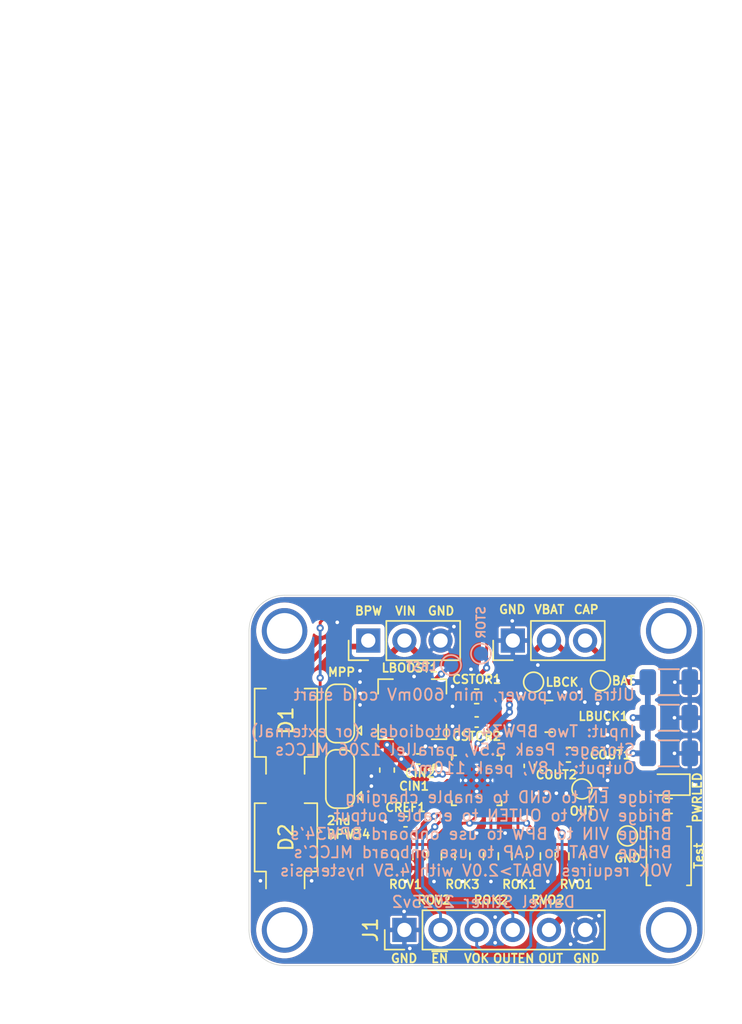
<source format=kicad_pcb>
(kicad_pcb (version 20241229) (generator "pcbnew") (generator_version "9.0")
  (layers (0 "F.Cu" signal) (2 "B.Cu" signal) (13 "F.Paste" user) (15 "B.Paste" user) (5 "F.SilkS" user "F.Silkscreen") (7 "B.SilkS" user "B.Silkscreen") (1 "F.Mask" user) (3 "B.Mask" user) (25 "Edge.Cuts" user))
  (property "REVISION" "2025v2")
  (net 0 "")
  (net 1 "/VIN")
  (net 2 "Net-(D3-A)")
  (net 3 "/VRDIV")
  (net 4 "VOUT")
  (net 5 "/VBAT_OK")
  (net 6 "/OK_HYST")
  (net 7 "/OK_PROG")
  (net 8 "/LBUCK")
  (net 9 "/VBAT_OV")
  (net 10 "/VOUT_SET")
  (net 11 "GND")
  (net 12 "/VBAT")
  (net 13 "/~{EN}")
  (net 14 "/LBOOST")
  (net 15 "/VSTOR")
  (net 16 "/VOUT_EN")
  (net 17 "/VREF_SAMP")
  (net 18 "/VOC_SAMP")
  (net 19 "Net-(D1-K)")
  (net 20 "Net-(D2-A)")
  (net 21 "Net-(R4-Pad1)")
  (net 22 "Net-(D1-A)")
  (net 23 "Net-(J2-Pin_3)")
  (footprint "Inductor_SMD:L_1008_2520Metric" (layer "F.Cu") (at 118.075 104.5)
    (property "Reference" "LBUCK1" (at 3.825 0 0) (layer "F.SilkS") (effects (font (size 0.6 0.6) (thickness 0.127))))
    (property "Value" "10u")
    (pad "1" smd roundrect (at -1.075 0) (size 1.25 2.2) (layers "F.Cu" "F.Mask" "F.Paste") (roundrect_rratio 0.2) (net 8 "/LBUCK"))
    (pad "2" smd roundrect (at 1.075 0) (size 1.25 2.2) (layers "F.Cu" "F.Mask" "F.Paste") (roundrect_rratio 0.2) (net 4 "VOUT"))
  )
  (footprint "Capacitor_SMD:C_1206_3216Metric" (layer "F.Cu") (at 126.5 102.1)
    (property "Reference" "C_BAT3" (hide yes))
    (property "Value" "100u")
    (pad "1" smd roundrect (at -1.475 0) (size 1.15 1.8) (layers "F.Cu" "F.Mask" "F.Paste") (roundrect_rratio 0.217391) (net 23 "Net-(J2-Pin_3)"))
    (pad "2" smd roundrect (at 1.475 0) (size 1.15 1.8) (layers "F.Cu" "F.Mask" "F.Paste") (roundrect_rratio 0.217391) (net 11 "GND"))
  )
  (footprint "Capacitor_SMD:C_0402_1005Metric" (layer "F.Cu") (at 116.7 107.98 90)
    (property "Reference" "COUT2" (at -0.62 1.9 180) (layer "F.SilkS") (effects (font (size 0.6 0.6) (thickness 0.127))))
    (property "Value" "0.1u")
    (pad "1" smd roundrect (at -0.48 0 90) (size 0.56 0.62) (layers "F.Cu" "F.Mask" "F.Paste") (net 4 "VOUT"))
    (pad "2" smd roundrect (at 0.48 0 90) (size 0.56 0.62) (layers "F.Cu" "F.Mask" "F.Paste") (net 11 "GND"))
  )
  (footprint "Resistor_SMD:R_0603_1608Metric" (layer "F.Cu") (at 108 114.325 -90)
    (property "Reference" "ROV1" (at 1.975 0 180) (layer "F.SilkS") (effects (font (size 0.6 0.6) (thickness 0.127) (bold yes))))
    (property "Value" "4.32M 1%")
    (pad "1" smd roundrect (at -0.825 0 270) (size 0.8 0.95) (layers "F.Cu" "F.Mask" "F.Paste") (net 9 "/VBAT_OV"))
    (pad "2" smd roundrect (at 0.825 0 270) (size 0.8 0.95) (layers "F.Cu" "F.Mask" "F.Paste") (net 11 "GND"))
  )
  (footprint "OptoDevice:Osram_BPW34S-SMD" (layer "F.Cu") (at 99.595188 104.95 90)
    (property "Reference" "D1" (at 0.15 0.004812 90) (layer "F.SilkS"))
    (property "Value" "BPW34-SMD")
    (pad "1" smd roundrect (at -3.05 0 270) (size 1.4 2) (layers "F.Cu" "F.Mask") (roundrect_rratio 0.125) (net 19 "Net-(D1-K)"))
    (pad "2" smd roundrect (at 3.05 0 270) (size 1.4 1.2) (layers "F.Cu" "F.Mask") (roundrect_rratio 0.125) (net 22 "Net-(D1-A)"))
  )
  (footprint "Resistor_SMD:R_0603_1608Metric" (layer "F.Cu") (at 114 114.325 -90)
    (property "Reference" "ROK2" (at 3.075 0 180) (layer "F.SilkS") (effects (font (size 0.6 0.6) (thickness 0.127))))
    (property "Value" "2.32M 1%")
    (pad "1" smd roundrect (at -0.825 0 270) (size 0.8 0.95) (layers "F.Cu" "F.Mask" "F.Paste") (net 6 "/OK_HYST"))
    (pad "2" smd roundrect (at 0.825 0 270) (size 0.8 0.95) (layers "F.Cu" "F.Mask" "F.Paste") (net 7 "/OK_PROG"))
  )
  (footprint "TestPoint:TestPoint_Pad_D1.0mm" (layer "F.Cu") (at 120.4 109.6)
    (property "Reference" "TP1" (hide yes))
    (property "Value" "OUT" (at 0 1.55 0) (layer "F.SilkS") (effects (font (size 0.6 0.6) (thickness 0.127))))
    (pad "1" smd circle (at 0 0) (size 1 1) (layers "F.Cu" "F.Mask") (net 4 "VOUT"))
  )
  (footprint "TestPoint:TestPoint_Pad_D1.0mm" (layer "F.Cu") (at 123.6 112.9)
    (property "Reference" "TP6" (hide yes))
    (property "Value" "GND" (at 0 1.55 0) (layer "F.SilkS") (effects (font (size 0.6 0.6) (thickness 0.127))))
    (pad "1" smd circle (at 0 0) (size 1 1) (layers "F.Cu" "F.Mask") (net 11 "GND"))
  )
  (footprint "Capacitor_SMD:C_0603_1608Metric" (layer "F.Cu") (at 106.7 108.275 -90)
    (property "Reference" "CIN1" (at 1.125 -1.9 180) (layer "F.SilkS") (effects (font (size 0.6 0.6) (thickness 0.127))))
    (property "Value" "4.7u")
    (pad "1" smd roundrect (at -0.775 0 270) (size 0.9 0.95) (layers "F.Cu" "F.Mask" "F.Paste") (net 1 "/VIN"))
    (pad "2" smd roundrect (at 0.775 0 270) (size 0.9 0.95) (layers "F.Cu" "F.Mask" "F.Paste") (net 11 "GND"))
  )
  (footprint "OptoDevice:Osram_BPW34S-SMD" (layer "F.Cu") (at 99.595188 113 90)
    (property "Reference" "D2" (at 0 0.004812 90) (layer "F.SilkS"))
    (property "Value" "BPW34-SMD")
    (pad "1" smd roundrect (at -3.05 0 270) (size 1.4 2) (layers "F.Cu" "F.Mask") (roundrect_rratio 0.125) (net 11 "GND"))
    (pad "2" smd roundrect (at 3.05 0 270) (size 1.4 1.2) (layers "F.Cu" "F.Mask") (roundrect_rratio 0.125) (net 20 "Net-(D2-A)"))
  )
  (footprint "Connector_PinHeader_2.54mm:PinHeader_1x03_P2.54mm_Vertical" (layer "F.Cu") (at 105.38 99.18 90)
    (property "Reference" "J3" (hide yes))
    (property "Value" "VIN_Bridge")
    (pad "1" thru_hole rect (at 0 0 90) (size 1.7 1.7) (drill 1) (layers "*.Cu" "*.Mask") (net 22 "Net-(D1-A)"))
    (pad "2" thru_hole circle (at 0 2.54 90) (size 1.7 1.7) (drill 1) (layers "*.Cu" "*.Mask") (net 1 "/VIN"))
    (pad "3" thru_hole circle (at 0 5.08 90) (size 1.7 1.7) (drill 1) (layers "*.Cu" "*.Mask") (net 11 "GND"))
  )
  (footprint "Resistor_SMD:R_0603_1608Metric" (layer "F.Cu") (at 118 114.325 90)
    (property "Reference" "RVO2" (at -3.075 0 180) (layer "F.SilkS") (effects (font (size 0.6 0.6) (thickness 0.127))))
    (property "Value" "4.32M 1%")
    (pad "1" smd roundrect (at -0.825 0 90) (size 0.8 0.95) (layers "F.Cu" "F.Mask" "F.Paste") (net 3 "/VRDIV"))
    (pad "2" smd roundrect (at 0.825 0 90) (size 0.8 0.95) (layers "F.Cu" "F.Mask" "F.Paste") (net 10 "/VOUT_SET"))
  )
  (footprint "Resistor_SMD:R_0603_1608Metric" (layer "F.Cu") (at 110 114.325 90)
    (property "Reference" "ROV2" (at -3.075 0 180) (layer "F.SilkS") (effects (font (size 0.6 0.6) (thickness 0.127))))
    (property "Value" "8.66M 1%")
    (pad "1" smd roundrect (at -0.825 0 90) (size 0.8 0.95) (layers "F.Cu" "F.Mask" "F.Paste") (net 3 "/VRDIV"))
    (pad "2" smd roundrect (at 0.825 0 90) (size 0.8 0.95) (layers "F.Cu" "F.Mask" "F.Paste") (net 9 "/VBAT_OV"))
  )
  (footprint "LED_SMD:LED_0603_1608Metric" (layer "F.Cu") (at 126.5 109.3 180)
    (property "Reference" "D3" (hide yes))
    (property "Value" "PWRLED" (at -2 -0.9 90) (layer "F.SilkS") (effects (font (size 0.6 0.6) (thickness 0.127))))
    (pad "1" smd roundrect (at -0.7875 0 180) (size 0.875 0.95) (layers "F.Cu" "F.Mask" "F.Paste") (net 11 "GND"))
    (pad "2" smd roundrect (at 0.7875 0 180) (size 0.875 0.95) (layers "F.Cu" "F.Mask" "F.Paste") (net 2 "Net-(D3-A)"))
  )
  (footprint "Inductor_SMD:L_Bourns-SRN4018" (layer "F.Cu") (at 108.475 104)
    (property "Reference" "LBOOST1" (at -0.175 -2.9 0) (layer "F.SilkS") (effects (font (size 0.6 0.6) (thickness 0.127))))
    (property "Value" "22u")
    (pad "1" smd rect (at -1.525 0) (size 1.5 3.6) (layers "F.Cu" "F.Mask" "F.Paste") (net 1 "/VIN"))
    (pad "2" smd rect (at 1.525 0) (size 1.5 3.6) (layers "F.Cu" "F.Mask" "F.Paste") (net 14 "/LBOOST"))
  )
  (footprint "Connector_PinHeader_2.54mm:PinHeader_1x06_P2.54mm_Vertical" (layer "F.Cu") (at 107.92 119.5 90)
    (property "Reference" "J1" (at 0 -2.38 90) (layer "F.SilkS"))
    (property "Value" "Conn_Breadboard")
    (pad "1" thru_hole rect (at 0 0 90) (size 1.7 1.7) (drill 1) (layers "*.Cu" "*.Mask") (net 11 "GND"))
    (pad "2" thru_hole circle (at 0 2.54 90) (size 1.7 1.7) (drill 1) (layers "*.Cu" "*.Mask") (net 13 "/~{EN}"))
    (pad "3" thru_hole circle (at 0 5.08 90) (size 1.7 1.7) (drill 1) (layers "*.Cu" "*.Mask") (net 5 "/VBAT_OK"))
    (pad "4" thru_hole circle (at 0 7.62 90) (size 1.7 1.7) (drill 1) (layers "*.Cu" "*.Mask") (net 16 "/VOUT_EN"))
    (pad "5" thru_hole circle (at 0 10.16 90) (size 1.7 1.7) (drill 1) (layers "*.Cu" "*.Mask") (net 4 "VOUT"))
    (pad "6" thru_hole circle (at 0 12.7 90) (size 1.7 1.7) (drill 1) (layers "*.Cu" "*.Mask") (net 11 "GND"))
  )
  (footprint "MountingHoleCompact:MountingHole_2.5mm_Plated" (layer "F.Cu") (at 99.5 98.5)
    (property "Reference" "H1" (hide yes))
    (property "Value" "MountingHole")
    (pad "" thru_hole circle (at 0 0) (size 3.2 3.2) (drill 2.5) (layers "*.Cu" "*.Mask"))
    (zone (net 0) (net_name "") (layers "F.Cu" "B.Cu") (name "Keepout") (connect_pads (clearance 0)) (min_thickness 0.25)
      (keepout (tracks not_allowed) (vias not_allowed) (pads allowed) (copperpour not_allowed) (footprints allowed))
      (fill (thermal_gap 0.5) (thermal_bridge_width 0.5))
      (polygon (pts (arc (start 97.5 98.5) (mid 101.5 98.5) (end 97.5 98.5))))
    )
  )
  (footprint "Capacitor_SMD:C_0402_1005Metric" (layer "F.Cu") (at 108.9 107.5)
    (property "Reference" "CIN2" (at 0.107836 1 0) (layer "F.SilkS") (effects (font (size 0.6 0.6) (thickness 0.127))))
    (property "Value" "0.1u")
    (pad "1" smd roundrect (at -0.48 0) (size 0.56 0.62) (layers "F.Cu" "F.Mask" "F.Paste") (net 1 "/VIN"))
    (pad "2" smd roundrect (at 0.48 0) (size 0.56 0.62) (layers "F.Cu" "F.Mask" "F.Paste") (net 11 "GND"))
  )
  (footprint "Capacitor_SMD:C_0402_1005Metric" (layer "F.Cu") (at 108 111.9 180)
    (property "Reference" "CREF1" (at 0 1 0) (layer "F.SilkS") (effects (font (size 0.6 0.6) (thickness 0.127))))
    (property "Value" "0.01u")
    (pad "1" smd roundrect (at -0.48 0 180) (size 0.56 0.62) (layers "F.Cu" "F.Mask" "F.Paste") (net 17 "/VREF_SAMP"))
    (pad "2" smd roundrect (at 0.48 0 180) (size 0.56 0.62) (layers "F.Cu" "F.Mask" "F.Paste") (net 11 "GND"))
  )
  (footprint "Resistor_SMD:R_0603_1608Metric" (layer "F.Cu") (at 126.5 110.8 180)
    (property "Reference" "R4" (hide yes))
    (property "Value" "2k")
    (pad "1" smd roundrect (at -0.825 0 180) (size 0.8 0.95) (layers "F.Cu" "F.Mask" "F.Paste") (net 21 "Net-(R4-Pad1)"))
    (pad "2" smd roundrect (at 0.825 0 180) (size 0.8 0.95) (layers "F.Cu" "F.Mask" "F.Paste") (net 2 "Net-(D3-A)"))
  )
  (footprint "Resistor_SMD:R_0603_1608Metric" (layer "F.Cu") (at 116 114.325 -90)
    (property "Reference" "ROK1" (at 1.975 0 180) (layer "F.SilkS") (effects (font (size 0.6 0.6) (thickness 0.127))))
    (property "Value" "3.57M 1%")
    (pad "1" smd roundrect (at -0.825 0 270) (size 0.8 0.95) (layers "F.Cu" "F.Mask" "F.Paste") (net 7 "/OK_PROG"))
    (pad "2" smd roundrect (at 0.825 0 270) (size 0.8 0.95) (layers "F.Cu" "F.Mask" "F.Paste") (net 11 "GND"))
  )
  (footprint "TestPoint:TestPoint_Pad_D1.0mm" (layer "F.Cu") (at 121.7 102)
    (property "Reference" "TP4" (hide yes))
    (property "Value" "BAT" (at 1.6 0 0) (layer "F.SilkS") (effects (font (size 0.6 0.6) (thickness 0.127))))
    (pad "1" smd circle (at 0 0) (size 1 1) (layers "F.Cu" "F.Mask") (net 12 "/VBAT"))
  )
  (footprint "Connector_PinHeader_2.54mm:PinHeader_1x03_P2.54mm_Vertical" (layer "F.Cu") (at 115.54 99.18 90)
    (property "Reference" "J2" (hide yes))
    (property "Value" "EXCAP")
    (pad "1" thru_hole rect (at 0 0 90) (size 1.7 1.7) (drill 1) (layers "*.Cu" "*.Mask") (net 11 "GND"))
    (pad "2" thru_hole circle (at 0 2.54 90) (size 1.7 1.7) (drill 1) (layers "*.Cu" "*.Mask") (net 12 "/VBAT"))
    (pad "3" thru_hole circle (at 0 5.08 90) (size 1.7 1.7) (drill 1) (layers "*.Cu" "*.Mask") (net 23 "Net-(J2-Pin_3)"))
  )
  (footprint "Capacitor_SMD:C_0402_1005Metric" (layer "F.Cu") (at 113 104.9)
    (property "Reference" "CSTOR2" (at 0 1 0) (layer "F.SilkS") (effects (font (size 0.6 0.6) (thickness 0.127))))
    (property "Value" "0.1u")
    (pad "1" smd roundrect (at -0.48 0) (size 0.56 0.62) (layers "F.Cu" "F.Mask" "F.Paste") (net 15 "/VSTOR"))
    (pad "2" smd roundrect (at 0.48 0) (size 0.56 0.62) (layers "F.Cu" "F.Mask" "F.Paste") (net 11 "GND"))
  )
  (footprint "Capacitor_SMD:C_1206_3216Metric" (layer "F.Cu") (at 126.5 107.1)
    (property "Reference" "C_BAT5" (hide yes))
    (property "Value" "100u")
    (pad "1" smd roundrect (at -1.475 0) (size 1.15 1.8) (layers "F.Cu" "F.Mask" "F.Paste") (roundrect_rratio 0.217391) (net 23 "Net-(J2-Pin_3)"))
    (pad "2" smd roundrect (at 1.475 0) (size 1.15 1.8) (layers "F.Cu" "F.Mask" "F.Paste") (roundrect_rratio 0.217391) (net 11 "GND"))
  )
  (footprint "Capacitor_SMD:C_0603_1608Metric" (layer "F.Cu") (at 113 103.1)
    (property "Reference" "CSTOR1" (at 0 -1.2 0) (layer "F.SilkS") (effects (font (size 0.6 0.6) (thickness 0.127))))
    (property "Value" "4.7u")
    (pad "1" smd roundrect (at -0.775 0) (size 0.9 0.95) (layers "F.Cu" "F.Mask" "F.Paste") (net 15 "/VSTOR"))
    (pad "2" smd roundrect (at 0.775 0) (size 0.9 0.95) (layers "F.Cu" "F.Mask" "F.Paste") (net 11 "GND"))
  )
  (footprint "Jumper:SolderJumper-3_P1.3mm_Bridged12_RoundedPad1.0x1.5mm" (layer "F.Cu") (at 103.4 108.9 90)
    (property "Reference" "JP2" (hide yes))
    (property "Value" "Dual_BPW34_Bridge")
    (fp_poly (pts (xy -0.9 -0.3) (xy -0.4 -0.3) (xy -0.4 0.3) (xy -0.9 0.3)) (fill yes) (layer "F.Cu"))
    (pad "1" smd custom (at -1.3 0 90) (size 1 0.5) (layers "F.Cu" "F.Mask") (net 20 "Net-(D2-A)") (options (clearance outline) (anchor rect)) (primitives (gr_circle (center 0 0.25) (end 0.5 0.25) (width 0) (fill yes)) (gr_circle (center 0 -0.25) (end 0.5 -0.25) (width 0) (fill yes)) (gr_poly (pts (xy 0.55 0.75) (xy 0 0.75) (xy 0 -0.75) (xy 0.55 -0.75)) (width 0) (fill yes))))
    (pad "2" smd rect (at 0 0 90) (size 1 1.5) (layers "F.Cu" "F.Mask") (net 19 "Net-(D1-K)"))
    (pad "3" smd custom (at 1.3 0 90) (size 1 0.5) (layers "F.Cu" "F.Mask") (net 11 "GND") (options (clearance outline) (anchor rect)) (primitives (gr_circle (center 0 0.25) (end 0.5 0.25) (width 0) (fill yes)) (gr_circle (center 0 -0.25) (end 0.5 -0.25) (width 0) (fill yes)) (gr_poly (pts (xy 0 0.75) (xy -0.55 0.75) (xy -0.55 -0.75) (xy 0 -0.75)) (width 0) (fill yes))))
  )
  (footprint "MountingHoleCompact:MountingHole_2.5mm_Plated" (layer "F.Cu") (at 126.5 119.5)
    (property "Reference" "H4" (hide yes))
    (property "Value" "MountingHole")
    (pad "" thru_hole circle (at 0 0) (size 3.2 3.2) (drill 2.5) (layers "*.Cu" "*.Mask"))
    (zone (net 0) (net_name "") (layers "F.Cu" "B.Cu") (name "Keepout") (connect_pads (clearance 0)) (min_thickness 0.25)
      (keepout (tracks not_allowed) (vias not_allowed) (pads allowed) (copperpour not_allowed) (footprints allowed))
      (fill (thermal_gap 0.5) (thermal_bridge_width 0.5))
      (polygon (pts (arc (start 124.5 119.5) (mid 128.5 119.5) (end 124.5 119.5))))
    )
  )
  (footprint "MountingHoleCompact:MountingHole_2.5mm_Plated" (layer "F.Cu") (at 99.5 119.5)
    (property "Reference" "H3" (hide yes))
    (property "Value" "MountingHole")
    (pad "" thru_hole circle (at 0 0) (size 3.2 3.2) (drill 2.5) (layers "*.Cu" "*.Mask"))
    (zone (net 0) (net_name "") (layers "F.Cu" "B.Cu") (name "Keepout") (connect_pads (clearance 0)) (min_thickness 0.25)
      (keepout (tracks not_allowed) (vias not_allowed) (pads allowed) (copperpour not_allowed) (footprints allowed))
      (fill (thermal_gap 0.5) (thermal_bridge_width 0.5))
      (polygon (pts (arc (start 97.5 119.5) (mid 101.5 119.5) (end 97.5 119.5))))
    )
  )
  (footprint "MountingHoleCompact:MountingHole_2.5mm_Plated" (layer "F.Cu") (at 126.5 98.5)
    (property "Reference" "H2" (hide yes))
    (property "Value" "MountingHole")
    (pad "" thru_hole circle (at 0 0) (size 3.2 3.2) (drill 2.5) (layers "*.Cu" "*.Mask"))
    (zone (net 0) (net_name "") (layers "F.Cu" "B.Cu") (name "Keepout") (connect_pads (clearance 0)) (min_thickness 0.25)
      (keepout (tracks not_allowed) (vias not_allowed) (pads allowed) (copperpour not_allowed) (footprints allowed))
      (fill (thermal_gap 0.5) (thermal_bridge_width 0.5))
      (polygon (pts (arc (start 124.5 98.5) (mid 128.5 98.5) (end 124.5 98.5))))
    )
  )
  (footprint "Jumper:SolderJumper-3_P1.3mm_Bridged12_RoundedPad1.0x1.5mm" (layer "F.Cu") (at 103.4 104.3 90)
    (property "Reference" "JP4" (hide yes))
    (property "Value" "VOC_SAMP_Bridge")
    (fp_poly (pts (xy -0.9 -0.3) (xy -0.4 -0.3) (xy -0.4 0.3) (xy -0.9 0.3)) (fill yes) (layer "F.Cu"))
    (pad "1" smd custom (at -1.3 0 90) (size 1 0.5) (layers "F.Cu" "F.Mask") (net 15 "/VSTOR") (options (clearance outline) (anchor rect)) (primitives (gr_circle (center 0 0.25) (end 0.5 0.25) (width 0) (fill yes)) (gr_circle (center 0 -0.25) (end 0.5 -0.25) (width 0) (fill yes)) (gr_poly (pts (xy 0.55 0.75) (xy 0 0.75) (xy 0 -0.75) (xy 0.55 -0.75)) (width 0) (fill yes))))
    (pad "2" smd rect (at 0 0 90) (size 1 1.5) (layers "F.Cu" "F.Mask") (net 18 "/VOC_SAMP"))
    (pad "3" smd custom (at 1.3 0 90) (size 1 0.5) (layers "F.Cu" "F.Mask") (net 11 "GND") (options (clearance outline) (anchor rect)) (primitives (gr_circle (center 0 0.25) (end 0.5 0.25) (width 0) (fill yes)) (gr_circle (center 0 -0.25) (end 0.5 -0.25) (width 0) (fill yes)) (gr_poly (pts (xy 0 0.75) (xy -0.55 0.75) (xy -0.55 -0.75) (xy 0 -0.75)) (width 0) (fill yes))))
  )
  (footprint "Capacitor_SMD:C_0603_1608Metric" (layer "F.Cu") (at 119.45 107.2 180)
    (property "Reference" "COUT1" (at -2.95 0 180) (layer "F.SilkS") (effects (font (size 0.6 0.6) (thickness 0.127) (bold yes))))
    (property "Value" "47u")
    (pad "1" smd roundrect (at -0.775 0 180) (size 0.9 0.95) (layers "F.Cu" "F.Mask" "F.Paste") (net 4 "VOUT"))
    (pad "2" smd roundrect (at 0.775 0 180) (size 0.9 0.95) (layers "F.Cu" "F.Mask" "F.Paste") (net 11 "GND"))
  )
  (footprint "Capacitor_SMD:C_1206_3216Metric" (layer "F.Cu") (at 126.5 104.6)
    (property "Reference" "C_BAT4" (hide yes))
    (property "Value" "100u")
    (pad "1" smd roundrect (at -1.475 0) (size 1.15 1.8) (layers "F.Cu" "F.Mask" "F.Paste") (roundrect_rratio 0.217391) (net 23 "Net-(J2-Pin_3)"))
    (pad "2" smd roundrect (at 1.475 0) (size 1.15 1.8) (layers "F.Cu" "F.Mask" "F.Paste") (roundrect_rratio 0.217391) (net 11 "GND"))
  )
  (footprint "Resistor_SMD:R_0603_1608Metric" (layer "F.Cu") (at 120 114.325 -90)
    (property "Reference" "RVO1" (at 1.975 0 180) (layer "F.SilkS") (effects (font (size 0.6 0.6) (thickness 0.127))))
    (property "Value" "8.66M 1%")
    (pad "1" smd roundrect (at -0.825 0 270) (size 0.8 0.95) (layers "F.Cu" "F.Mask" "F.Paste") (net 10 "/VOUT_SET"))
    (pad "2" smd roundrect (at 0.825 0 270) (size 0.8 0.95) (layers "F.Cu" "F.Mask" "F.Paste") (net 11 "GND"))
  )
  (footprint "BQ25570:QFN50P350X350X100-21N" (layer "F.Cu") (at 113 109)
    (property "Reference" "U1" (hide yes))
    (property "Value" "BQ25570")
    (pad "1" smd roundrect (at -1.65 -1) (size 0.6 0.24) (layers "F.Cu" "F.Paste") (roundrect_rratio 0.135) (net 11 "GND"))
    (pad "2" smd roundrect (at -1.65 -0.5) (size 0.6 0.24) (layers "F.Cu" "F.Paste") (roundrect_rratio 0.135) (net 1 "/VIN"))
    (pad "3" smd roundrect (at -1.65 0) (size 0.6 0.24) (layers "F.Cu" "F.Paste") (roundrect_rratio 0.135) (net 18 "/VOC_SAMP"))
    (pad "4" smd roundrect (at -1.65 0.5) (size 0.6 0.24) (layers "F.Cu" "F.Paste") (roundrect_rratio 0.135) (net 17 "/VREF_SAMP"))
    (pad "5" smd roundrect (at -1.65 1) (size 0.6 0.24) (layers "F.Cu" "F.Paste") (roundrect_rratio 0.135) (net 13 "/~{EN}"))
    (pad "6" smd roundrect (at -1 1.65) (size 0.24 0.6) (layers "F.Cu" "F.Paste") (roundrect_rratio 0.135) (net 16 "/VOUT_EN"))
    (pad "7" smd roundrect (at -0.5 1.65) (size 0.24 0.6) (layers "F.Cu" "F.Paste") (roundrect_rratio 0.135) (net 9 "/VBAT_OV"))
    (pad "8" smd roundrect (at 0 1.65) (size 0.24 0.6) (layers "F.Cu" "F.Paste") (roundrect_rratio 0.135) (net 3 "/VRDIV"))
    (pad "9" smd roundrect (at 0.5 1.65) (size 0.24 0.6) (layers "F.Cu" "F.Paste") (roundrect_rratio 0.135) (net 11 "GND"))
    (pad "10" smd roundrect (at 1 1.65) (size 0.24 0.6) (layers "F.Cu" "F.Paste") (roundrect_rratio 0.135) (net 6 "/OK_HYST"))
    (pad "11" smd roundrect (at 1.65 1) (size 0.6 0.24) (layers "F.Cu" "F.Paste") (roundrect_rratio 0.135) (net 7 "/OK_PROG"))
    (pad "12" smd roundrect (at 1.65 0.5) (size 0.6 0.24) (layers "F.Cu" "F.Paste") (roundrect_rratio 0.135) (net 10 "/VOUT_SET"))
    (pad "13" smd roundrect (at 1.65 0) (size 0.6 0.24) (layers "F.Cu" "F.Paste") (roundrect_rratio 0.135) (net 5 "/VBAT_OK"))
    (pad "14" smd roundrect (at 1.65 -0.5) (size 0.6 0.24) (layers "F.Cu" "F.Paste") (roundrect_rratio 0.135) (net 4 "VOUT"))
    (pad "15" smd roundrect (at 1.65 -1) (size 0.6 0.24) (layers "F.Cu" "F.Paste") (roundrect_rratio 0.135) (net 11 "GND"))
    (pad "16" smd roundrect (at 1 -1.65) (size 0.24 0.6) (layers "F.Cu" "F.Paste") (roundrect_rratio 0.135) (net 8 "/LBUCK"))
    (pad "17" smd roundrect (at 0.5 -1.65) (size 0.24 0.6) (layers "F.Cu" "F.Paste") (roundrect_rratio 0.135) (net 11 "GND"))
    (pad "18" smd roundrect (at 0 -1.65) (size 0.24 0.6) (layers "F.Cu" "F.Paste") (roundrect_rratio 0.135) (net 12 "/VBAT"))
    (pad "19" smd roundrect (at -0.5 -1.65) (size 0.24 0.6) (layers "F.Cu" "F.Paste") (roundrect_rratio 0.135) (net 15 "/VSTOR"))
    (pad "20" smd roundrect (at -1 -1.65) (size 0.24 0.6) (layers "F.Cu" "F.Paste") (roundrect_rratio 0.135) (net 14 "/LBOOST"))
    (pad "21" smd rect (at 0 0) (size 2.05 2.05) (layers "F.Cu") (net 11 "GND"))
    (pad "22" thru_hole circle (at 0 -0.775) (size 0.508 0.508) (drill 0.254) (layers "*.Cu") (net 11 "GND"))
    (pad "23" thru_hole circle (at -0.775 0) (size 0.508 0.508) (drill 0.254) (layers "*.Cu") (net 11 "GND"))
    (pad "24" thru_hole circle (at 0 0) (size 0.508 0.508) (drill 0.254) (layers "*.Cu") (net 11 "GND"))
    (pad "25" thru_hole circle (at 0.775 0) (size 0.508 0.508) (drill 0.254) (layers "*.Cu") (net 11 "GND"))
    (pad "26" thru_hole circle (at 0 0.775) (size 0.508 0.508) (drill 0.254) (layers "*.Cu") (net 11 "GND"))
  )
  (footprint "Resistor_SMD:R_0603_1608Metric" (layer "F.Cu") (at 112 114.325 90)
    (property "Reference" "ROK3" (at -1.975 0 180) (layer "F.SilkS") (effects (font (size 0.6 0.6) (thickness 0.127))))
    (property "Value" "7.50M 1%")
    (pad "1" smd roundrect (at -0.825 0 90) (size 0.8 0.95) (layers "F.Cu" "F.Mask" "F.Paste") (net 3 "/VRDIV"))
    (pad "2" smd roundrect (at 0.825 0 90) (size 0.8 0.95) (layers "F.Cu" "F.Mask" "F.Paste") (net 6 "/OK_HYST"))
  )
  (footprint "Button_Switch_SMD:SW_Push_SPST_NO_Alps_SKRK" (layer "F.Cu") (at 126.5 114.3 90)
    (property "Reference" "SW1" (hide yes))
    (property "Value" "Test" (at 0 2.1 90) (layer "F.SilkS") (effects (font (size 0.6 0.6) (thickness 0.127))))
    (pad "1" smd roundrect (at -2.1 0 90) (size 0.8 2) (layers "F.Cu" "F.Mask" "F.Paste") (net 4 "VOUT"))
    (pad "2" smd roundrect (at 2.1 0 90) (size 0.8 2) (layers "F.Cu" "F.Mask" "F.Paste") (net 21 "Net-(R4-Pad1)"))
  )
  (footprint "TestPoint:TestPoint_Pad_D1.0mm" (layer "F.Cu") (at 117 102.1)
    (property "Reference" "TP5" (hide yes))
    (property "Value" "LBCK" (at 2 0 0) (layer "F.SilkS") (effects (font (size 0.6 0.6) (thickness 0.127))))
    (pad "1" smd circle (at 0 0) (size 1 1) (layers "F.Cu" "F.Mask") (net 8 "/LBUCK"))
  )
  (footprint "Capacitor_SMD:C_1206_3216Metric" (layer "B.Cu") (at 126.5 102.1)
    (property "Reference" "C_BAT1" (hide yes))
    (property "Value" "100u")
    (pad "1" smd roundrect (at -1.475 0) (size 1.15 1.8) (layers "B.Cu" "B.Mask" "B.Paste") (roundrect_rratio 0.217391) (net 23 "Net-(J2-Pin_3)"))
    (pad "2" smd roundrect (at 1.475 0) (size 1.15 1.8) (layers "B.Cu" "B.Mask" "B.Paste") (roundrect_rratio 0.217391) (net 11 "GND"))
  )
  (footprint "Capacitor_SMD:C_1206_3216Metric" (layer "B.Cu") (at 126.5 107.1)
    (property "Reference" "C_BAT6" (hide yes))
    (property "Value" "100u")
    (pad "1" smd roundrect (at -1.475 0) (size 1.15 1.8) (layers "B.Cu" "B.Mask" "B.Paste") (roundrect_rratio 0.217391) (net 23 "Net-(J2-Pin_3)"))
    (pad "2" smd roundrect (at 1.475 0) (size 1.15 1.8) (layers "B.Cu" "B.Mask" "B.Paste") (roundrect_rratio 0.217391) (net 11 "GND"))
  )
  (footprint "TestPoint:TestPoint_Pad_D1.0mm" (layer "B.Cu") (at 113.3 100.1 180)
    (property "Reference" "TP3" (hide yes))
    (property "Value" "STOR" (at 0 2.2 90) (layer "B.SilkS") (effects (font (size 0.6 0.6) (thickness 0.127)) (justify mirror)))
    (pad "1" smd circle (at 0 0 180) (size 1 1) (layers "B.Cu" "B.Mask") (net 15 "/VSTOR"))
  )
  (footprint "Capacitor_SMD:C_1206_3216Metric" (layer "B.Cu") (at 126.5 104.6)
    (property "Reference" "C_BAT2" (hide yes))
    (property "Value" "100u")
    (pad "1" smd roundrect (at -1.475 0) (size 1.15 1.8) (layers "B.Cu" "B.Mask" "B.Paste") (roundrect_rratio 0.217391) (net 23 "Net-(J2-Pin_3)"))
    (pad "2" smd roundrect (at 1.475 0) (size 1.15 1.8) (layers "B.Cu" "B.Mask" "B.Paste") (roundrect_rratio 0.217391) (net 11 "GND"))
  )
  (footprint "TestPoint:TestPoint_Pad_D1.0mm" (layer "B.Cu") (at 111.2 100.9 180)
    (property "Reference" "TP2" (hide yes))
    (property "Value" "LBST" (at 2.1 -0.1 180) (layer "B.SilkS") (effects (font (size 0.6 0.6) (thickness 0.127)) (justify mirror)))
    (pad "1" smd circle (at 0 0 180) (size 1 1) (layers "B.Cu" "B.Mask") (net 14 "/LBOOST"))
  )
  (gr_line (start 99.5 96) (end 126.5 96) (stroke (width 0.05)) (layer "Edge.Cuts"))
  (gr_arc (start 97 98.5) (mid 97.732233 96.732233) (end 99.5 96) (stroke (width 0.05)) (layer "Edge.Cuts"))
  (gr_line (start 126.5 122) (end 99.5 122) (stroke (width 0.05)) (layer "Edge.Cuts"))
  (gr_arc (start 99.5 122) (mid 97.732233 121.267767) (end 97 119.5) (stroke (width 0.05)) (layer "Edge.Cuts"))
  (gr_arc (start 129 119.5) (mid 128.267767 121.267767) (end 126.5 122) (stroke (width 0.05)) (layer "Edge.Cuts"))
  (gr_line (start 129 98.5) (end 129 119.5) (stroke (width 0.05)) (layer "Edge.Cuts"))
  (gr_arc (start 126.5 96) (mid 128.267767 96.732233) (end 129 98.5) (stroke (width 0.05)) (layer "Edge.Cuts"))
  (gr_line (start 97 119.5) (end 97 98.5) (stroke (width 0.05)) (layer "Edge.Cuts"))
  (gr_text "MPP" (at 103.5 101.4 0) (layer "F.SilkS") (effects (font (size 0.6 0.6) (thickness 0.127))))
  (gr_text "GND" (at 120.7 121.5 0) (layer "F.SilkS") (effects (font (size 0.6 0.6) (thickness 0.127))))
  (gr_text "GND" (at 107.9 121.5 0) (layer "F.SilkS") (effects (font (size 0.6 0.6) (thickness 0.127))))
  (gr_text "VOK" (at 113 121.5 0) (layer "F.SilkS") (effects (font (size 0.6 0.6) (thickness 0.127))))
  (gr_text "VIN" (at 108 97.1 0) (layer "F.SilkS") (effects (font (size 0.6 0.6) (thickness 0.127))))
  (gr_text "VBAT" (at 118.1 97 0) (layer "F.SilkS") (effects (font (size 0.6 0.6) (thickness 0.127))))
  (gr_text "2nd\nBPW34" (at 102.4 112.3 0) (layer "F.SilkS") (effects (font (size 0.6 0.6) (thickness 0.127)) (justify left)))
  (gr_text "GND" (at 115.5 97 0) (layer "F.SilkS") (effects (font (size 0.6 0.6) (thickness 0.127))))
  (gr_text "OUTEN" (at 115.6 121.5 0) (layer "F.SilkS") (effects (font (size 0.6 0.6) (thickness 0.127))))
  (gr_text "GND" (at 110.5 97.1 0) (layer "F.SilkS") (effects (font (size 0.6 0.6) (thickness 0.127))))
  (gr_text "CAP" (at 120.7 97 0) (layer "F.SilkS") (effects (font (size 0.6 0.6) (thickness 0.127))))
  (gr_text "BPW" (at 105.4 97.1 0) (layer "F.SilkS") (effects (font (size 0.6 0.6) (thickness 0.127))))
  (gr_text "OUT" (at 118.2 121.5 0) (layer "F.SilkS") (effects (font (size 0.6 0.6) (thickness 0.127))))
  (gr_text "~{EN}" (at 110.4 121.5 0) (layer "F.SilkS") (effects (font (size 0.6 0.6) (thickness 0.127))))
  (gr_text "Bridge ~{EN} to GND to enable charging\nBridge VOK to OUTEN to enable output\nBridge VIN to BPW to use onboard BPW34's\nBridge VBAT to CAP to use onboard MLCC's\nVOK requires VBAT>2.0V with 4.5V hysteresis" (at 126.8 115.8 0) (layer "B.SilkS") (effects (font (size 0.8 0.8) (thickness 0.127)) (justify left bottom mirror)))
  (gr_text "Daniel Stiner ${REVISION}" (at 120 118 0) (layer "B.SilkS") (effects (font (size 0.8 0.8) (thickness 0.127)) (justify left bottom mirror)))
  (gr_text "${TITLE}\nUltra low power, min 600mV cold start\n\nInput: Two BPW34 photodiodes (or external)\nStorage: Peak 5.5V, parallel 1206 MLCCs\nOutput: 1.8V, peak 110mA" (at 124.2 108.6 0) (layer "B.SilkS") (effects (font (size 0.8 0.8) (thickness 0.127)) (justify left bottom mirror)))
  (segment (start 110.1 108.554) (end 110.6 108.554) (width 0.2) (layer "F.Cu") (net 1))
  (segment (start 110.654 108.5) (end 111.35 108.5) (width 0.2) (layer "F.Cu") (net 1))
  (segment (start 110.6 108.554) (end 110.654 108.5) (width 0.2) (layer "F.Cu") (net 1))
  (via (at 110.1 108.554) (size 0.508) (drill 0.254) (layers "F.Cu" "B.Cu") (net 1))
  (via (at 110.6 108.554) (size 0.508) (drill 0.254) (layers "F.Cu" "B.Cu") (net 1))
  (via (at 108.4 108.2) (size 0.508) (drill 0.254) (layers "F.Cu" "B.Cu") (net 1))
  (via (at 107.7 107.5) (size 0.508) (drill 0.254) (layers "F.Cu" "B.Cu") (net 1))
  (via (at 106.7 106.5) (size 0.508) (drill 0.254) (layers "F.Cu" "B.Cu") (net 1))
  (segment (start 107.7 107.5) (end 106.7 106.5) (width 0.4) (layer "B.Cu") (net 1))
  (segment (start 107.7 107.5) (end 108.754 108.554) (width 0.4) (layer "B.Cu") (net 1))
  (segment (start 108.754 108.554) (end 110.6 108.554) (width 0.4) (layer "B.Cu") (net 1))
  (segment (start 125.675 110.8) (end 125.675 109.3375) (width 0.2) (layer "F.Cu") (net 2))
  (segment (start 125.675 109.3375) (end 125.7125 109.3) (width 0.2) (layer "F.Cu") (net 2))
  (segment (start 117 114.15) (end 118 115.15) (width 0.2) (layer "F.Cu") (net 3))
  (segment (start 112.5 112) (end 112 112) (width 0.2) (layer "F.Cu") (net 3))
  (segment (start 110.35 115.15) (end 111 114.5) (width 0.2) (layer "F.Cu") (net 3))
  (segment (start 117 112.5) (end 117 114.15) (width 0.2) (layer "F.Cu") (net 3))
  (segment (start 111 113) (end 111 114.5) (width 0.2) (layer "F.Cu") (net 3))
  (segment (start 113 111.5) (end 113 110.65) (width 0.2) (layer "F.Cu") (net 3))
  (segment (start 112.5 112) (end 113 111.5) (width 0.2) (layer "F.Cu") (net 3))
  (segment (start 111.65 115.15) (end 111 114.5) (width 0.2) (layer "F.Cu") (net 3))
  (segment (start 116.5 112) (end 117 112.5) (width 0.2) (layer "F.Cu") (net 3))
  (segment (start 110 115.15) (end 110.35 115.15) (width 0.2) (layer "F.Cu") (net 3))
  (segment (start 112 115.15) (end 111.65 115.15) (width 0.2) (layer "F.Cu") (net 3))
  (segment (start 112 112) (end 111 113) (width 0.2) (layer "F.Cu") (net 3))
  (via (at 116.5 112) (size 0.508) (drill 0.254) (layers "F.Cu" "B.Cu") (net 3))
  (via (at 112.5 112) (size 0.508) (drill 0.254) (layers "F.Cu" "B.Cu") (net 3))
  (segment (start 112.5 112) (end 116.5 112) (width 0.2) (layer "B.Cu") (net 3))
  (segment (start 122.3 116.2) (end 121 117.5) (width 0.5) (layer "F.Cu") (net 4))
  (segment (start 120.4 109.6) (end 121.1 108.9) (width 0.5) (layer "F.Cu") (net 4))
  (segment (start 123.3 116.4) (end 122.3 115.4) (width 0.2) (layer "F.Cu") (net 4))
  (segment (start 114.65 108.5) (end 115.7 108.5) (width 0.3) (layer "F.Cu") (net 4))
  (segment (start 121 117.5) (end 120.1 117.5) (width 0.5) (layer "F.Cu") (net 4))
  (segment (start 118.1 119.5) (end 118.08 119.5) (width 0.5) (layer "F.Cu") (net 4))
  (segment (start 122.3 115.4) (end 122.3 116.2) (width 0.5) (layer "F.Cu") (net 4))
  (segment (start 126.5 116.4) (end 123.3 116.4) (width 0.2) (layer "F.Cu") (net 4))
  (segment (start 122.3 111.5) (end 122.3 115.4) (width 0.5) (layer "F.Cu") (net 4))
  (segment (start 120.4 109.6) (end 122.3 111.5) (width 0.5) (layer "F.Cu") (net 4))
  (segment (start 120.4 109.6) (end 119.7 108.9) (width 0.5) (layer "F.Cu") (net 4))
  (segment (start 120.1 117.5) (end 118.1 119.5) (width 0.5) (layer "F.Cu") (net 4))
  (segment (start 119 112.7) (end 115.3 109) (width 0.2) (layer "F.Cu") (net 5))
  (segment (start 115.3 109) (end 114.65 109) (width 0.2) (layer "F.Cu") (net 5))
  (via (at 119 112.7) (size 0.508) (drill 0.254) (layers "F.Cu" "B.Cu") (net 5))
  (segment (start 116.8 120.6) (end 116.8 118.3) (width 0.2) (layer "B.Cu") (net 5))
  (segment (start 113 119.5) (end 113 120.6) (width 0.2) (layer "B.Cu") (net 5))
  (segment (start 116.8 118.3) (end 119 116.1) (width 0.2) (layer "B.Cu") (net 5))
  (segment (start 116.4 121) (end 116.8 120.6) (width 0.2) (layer "B.Cu") (net 5))
  (segment (start 113.4 121) (end 116.4 121) (width 0.2) (layer "B.Cu") (net 5))
  (segment (start 119 116.1) (end 119 112.7) (width 0.2) (layer "B.Cu") (net 5))
  (segment (start 113 120.6) (end 113.4 121) (width 0.2) (layer "B.Cu") (net 5))
  (segment (start 114 113.5) (end 114 110.65) (width 0.2) (layer "F.Cu") (net 6))
  (segment (start 112 113.5) (end 114 113.5) (width 0.2) (layer "F.Cu") (net 6))
  (segment (start 116 113.5) (end 114.35 115.15) (width 0.2) (layer "F.Cu") (net 7))
  (segment (start 115.9 113.4) (end 116 113.5) (width 0.2) (layer "F.Cu") (net 7))
  (segment (start 114.35 115.15) (end 114 115.15) (width 0.2) (layer "F.Cu") (net 7))
  (segment (start 113.65 115.15) (end 114 115.15) (width 0.2) (layer "F.Cu") (net 7))
  (segment (start 115.9 111.25) (end 115.9 113.4) (width 0.2) (layer "F.Cu") (net 7))
  (segment (start 114.65 110) (end 115.9 111.25) (width 0.2) (layer "F.Cu") (net 7))
  (segment (start 114.026 107.35) (end 114.15 107.35) (width 0.35) (layer "F.Cu") (net 8))
  (segment (start 117 104.5) (end 117 102.1) (width 0.35) (layer "F.Cu") (net 8))
  (segment (start 114.15 107.35) (end 117 104.5) (width 0.35) (layer "F.Cu") (net 8))
  (segment (start 110 113.5) (end 108 113.5) (width 0.2) (layer "F.Cu") (net 9))
  (segment (start 110 113.1) (end 111.6 111.5) (width 0.2) (layer "F.Cu") (net 9))
  (segment (start 111.6 111.5) (end 112 111.5) (width 0.2) (layer "F.Cu") (net 9))
  (segment (start 112.5 111) (end 112.5 110.65) (width 0.2) (layer "F.Cu") (net 9))
  (segment (start 110 113.5) (end 110 113.1) (width 0.2) (layer "F.Cu") (net 9))
  (segment (start 112 111.5) (end 112.5 111) (width 0.2) (layer "F.Cu") (net 9))
  (segment (start 114.65 109.5) (end 115 109.5) (width 0.2) (layer "F.Cu") (net 10))
  (segment (start 120 113.5) (end 118 113.5) (width 0.2) (layer "F.Cu") (net 10))
  (segment (start 118 112.5) (end 118 113.5) (width 0.2) (layer "F.Cu") (net 10))
  (segment (start 115 109.5) (end 118 112.5) (width 0.2) (layer "F.Cu") (net 10))
  (segment (start 112 108) (end 112.64574 108.64574) (width 0.3) (layer "F.Cu") (net 11))
  (segment (start 110.921 107.5) (end 111.35 107.929) (width 0.5) (layer "F.Cu") (net 11))
  (segment (start 113 109) (end 114 108) (width 0.3) (layer "F.Cu") (net 11))
  (segment (start 113.5 107.35) (end 113.5 106.987048) (width 0.25) (layer "F.Cu") (net 11))
  (segment (start 113.5 106.987048) (end 113.987048 106.5) (width 0.25) (layer "F.Cu") (net 11))
  (segment (start 113.5 112.2) (end 113 112.7) (width 0.3048) (layer "F.Cu") (net 11))
  (segment (start 113.5 108.5) (end 113 109) (width 0.3) (layer "F.Cu") (net 11))
  (segment (start 113.5 109.5) (end 113 109) (width 0.3048) (layer "F.Cu") (net 11))
  (segment (start 113.5 110.65) (end 113.5 109.5) (width 0.3048) (layer "F.Cu") (net 11))
  (segment (start 111.35 108) (end 112 108) (width 0.3) (layer "F.Cu") (net 11))
  (segment (start 114 108) (end 114.65 108) (width 0.3) (layer "F.Cu") (net 11))
  (segment (start 113.5 110.65) (end 113.5 112.2) (width 0.3048) (layer "F.Cu") (net 11))
  (segment (start 109.38 107.5) (end 110.921 107.5) (width 0.5) (layer "F.Cu") (net 11))
  (segment (start 113.5 107.35) (end 113.5 108.5) (width 0.3) (layer "F.Cu") (net 11))
  (segment (start 115.049 107.5) (end 114.65 107.899) (width 0.4) (layer "F.Cu") (net 11))
  (segment (start 116.7 107.5) (end 115.049 107.5) (width 0.4) (layer "F.Cu") (net 11))
  (via (at 116 116.1) (size 0.508) (drill 0.254) (layers "F.Cu" "B.Cu") (net 11))
  (via (at 104.8 102.1) (size 0.508) (drill 0.254) (layers "F.Cu" "B.Cu") (net 11))
  (via (at 122.2 109) (size 0.508) (drill 0.254) (layers "F.Cu" "B.Cu") (net 11))
  (via (at 122.2 105) (size 0.508) (drill 0.254) (layers "F.Cu" "B.Cu") (net 11))
  (via (at 107.9 118.2) (size 0.508) (drill 0.254) (layers "F.Cu" "B.Cu") (net 11))
  (via (at 120.6 103.5) (size 0.508) (drill 0.254) (layers "F.Cu" "B.Cu") (net 11))
  (via (at 109.4 106.6) (size 0.508) (drill 0.254) (layers "F.Cu" "B.Cu") (net 11))
  (via (at 121.5 103.6) (size 0.508) (drill 0.254) (layers "F.Cu" "B.Cu") (net 11))
  (via (at 122.2 105.8) (size 0.508) (drill 0.254) (layers "F.Cu" "B.Cu") (net 11))
  (via (at 122.1 104.2) (size 0.508) (drill 0.254) (layers "F.Cu" "B.Cu") (net 11))
  (via (at 111.4 98.2) (size 0.508) (drill 0.254) (layers "F.Cu" "B.Cu") (net 11))
  (via (at 122.2 107.4) (size 0.508) (drill 0.254) (layers "F.Cu" "B.Cu") (net 11))
  (via (at 120.2 102.8) (size 0.508) (drill 0.254) (layers "F.Cu" "B.Cu") (net 11))
  (via (at 110 116.1) (size 0.508) (drill 0.254) (layers "F.Cu" "B.Cu") (net 11))
  (via (at 111.3 105.2) (size 0.508) (drill 0.254) (layers "F.Cu" "B.Cu") (net 11))
  (via (at 112.6 101.2) (size 0.508) (drill 0.254) (layers "F.Cu" "B.Cu") (net 11))
  (via (at 128.3 109.3) (size 0.508) (drill 0.254) (layers "F.Cu" "B.Cu") (net 11))
  (via (at 117.9 109.9) (size 0.508) (drill 0.254) (layers "F.Cu" "B.Cu") (net 11))
  (via (at 120 116.1) (size 0.508) (drill 0.254) (layers "F.Cu" "B.Cu") (net 11))
  (via (at 115.5 97.8) (size 0.508) (drill 0.254) (layers "F.Cu" "B.Cu") (net 11))
  (via (at 118 116.1) (size 0.508) (drill 0.254) (layers "F.Cu" "B.Cu") (net 11))
  (via (at 119.3 109.9) (size 0.508) (drill 0.254) (layers "F.Cu" "B.Cu") (net 11))
  (via (at 111.7 106) (size 0.508) (drill 0.254) (layers "F.Cu" "B.Cu") (net 11))
  (via (at 104.8 102.9) (size 0.508) (drill 0.254) (layers "F.Cu" "B.Cu") (net 11))
  (via (at 122.2 106.6) (size 0.508) (drill 0.254) (layers "F.Cu" "B.Cu") (net 11))
  (via (at 111.3 103.8) (size 0.508) (drill 0.254) (layers "F.Cu" "B.Cu") (net 11))
  (via (at 122.2 108.2) (size 0.508) (drill 0.254) (layers "F.Cu" "B.Cu") (net 11))
  (via (at 110.1 106.6) (size 0.508) (drill 0.254) (layers "F.Cu" "B.Cu") (net 11))
  (via (at 117.2 109.9) (size 0.508) (drill 0.254) (layers "F.Cu" "B.Cu") (net 11))
  (via (at 121.7 109.6) (size 0.508) (drill 0.254) (layers "F.Cu" "B.Cu") (net 11))
  (via (at 104.8 103.7) (size 0.508) (drill 0.254) (layers "F.Cu" "B.Cu") (net 11))
  (via (at 108.6 101.7) (size 0.508) (drill 0.254) (layers "F.Cu" "B.Cu") (net 11))
  (via (at 118.6 109.9) (size 0.508) (drill 0.254) (layers "F.Cu" "B.Cu") (net 11))
  (via (at 114.3 118.6) (size 0.508) (drill 0.254) (layers "F.Cu" "B.Cu") (net 11))
  (via (at 104.8 101.3) (size 0.508) (drill 0.254) (layers "F.Cu" "B.Cu") (net 11))
  (via (at 113.7 102) (size 0.508) (drill 0.254) (layers "F.Cu" "B.Cu") (net 11))
  (via (at 115 112.7) (size 0.508) (drill 0.254) (layers "F.Cu" "B.Cu") (net 11))
  (via (at 112 116.1) (size 0.508) (drill 0.254) (layers "F.Cu" "B.Cu") (net 11))
  (via (at 114 116.1) (size 0.508) (drill 0.254) (layers "F.Cu" "B.Cu") (net 11))
  (via (at 111.3 102.4) (size 0.508) (drill 0.254) (layers "F.Cu" "B.Cu") (net 11))
  (via (at 101.4 116.05) (size 0.508) (drill 0.254) (layers "F.Cu" "B.Cu") (net 11))
  (via (at 119.6 120.5) (size 0.508) (drill 0.254) (layers "F.Cu" "B.Cu") (net 11))
  (via (at 117.3 100.9) (size 0.508) (drill 0.254) (layers "F.Cu" "B.Cu") (net 11))
  (via (at 97.8 116.05) (size 0.508) (drill 0.254) (layers "F.Cu" "B.Cu") (net 11))
  (via (at 119.2 102.8) (size 0.508) (drill 0.254) (layers "F.Cu" "B.Cu") (net 11))
  (via (at 114.3 120.4) (size 0.508) (drill 0.254) (layers "F.Cu" "B.Cu") (net 11))
  (via (at 108.3 120.8) (size 0.508) (drill 0.254) (layers "F.Cu" "B.Cu") (net 11))
  (via (at 121.6 118.5) (size 0.508) (drill 0.254) (layers "F.Cu" "B.Cu") (net 11))
  (via (at 113 112.7) (size 0.508) (drill 0.254) (layers "F.Cu" "B.Cu") (net 11))
  (via (at 116.1 102.9) (size 0.508) (drill 0.254) (layers "F.Cu" "B.Cu") (net 11))
  (via (at 126.9 107.1) (size 0.508) (drill 0.254) (layers "F.Cu" "B.Cu") (net 11))
  (via (at 105.6 108.7) (size 0.508) (drill 0.254) (layers "F.Cu" "B.Cu") (net 11))
  (via (at 115.311516 105.11338) (size 0.508) (drill 0.254) (layers "F.Cu" "B.Cu") (net 11))
  (via (at 105.6 109.4) (size 0.508) (drill 0.254) (layers "F.Cu" "B.Cu") (net 11))
  (via (at 108 116.1) (size 0.508) (drill 0.254) (layers "F.Cu" "B.Cu") (net 11))
  (via (at 114.5 102) (size 0.508) (drill 0.254) (layers "F.Cu" "B.Cu") (net 11))
  (via (at 114.712448 105.712448) (size 0.508) (drill 0.254) (layers "F.Cu" "B.Cu") (net 11))
  (via (at 126.9 104.6) (size 0.508) (drill 0.254) (layers "F.Cu" "B.Cu") (net 11))
  (via (at 126.925 102.1) (size 0.508) (drill 0.254) (layers "F.Cu" "B.Cu") (net 11))
  (via (at 106.6 111.9) (size 0.508) (drill 0.254) (layers "F.Cu" "B.Cu") (net 11))
  (via (at 103.2 97.9) (size 0.508) (drill 0.254) (layers "F.Cu" "B.Cu") (net 11))
  (via (at 118.1 102.8) (size 0.508) (drill 0.254) (layers "F.Cu" "B.Cu") (net 11))
  (segment (start 113.104 106.404) (end 113.104 106.396) (width 0.4) (layer "F.Cu") (net 12))
  (segment (start 113.104 106.396) (end 113.5 106) (width 0.4) (layer "F.Cu") (net 12))
  (segment (start 113 106.508) (end 113 107.35) (width 0.3) (layer "F.Cu") (net 12))
  (segment (start 113.104 106.404) (end 113 106.508) (width 0.3) (layer "F.Cu") (net 12))
  (segment (start 121.7 102) (end 121.2 102) (width 0.4) (layer "F.Cu") (net 12))
  (segment (start 121.2 102) (end 118.38 99.18) (width 0.4) (layer "F.Cu") (net 12))
  (segment (start 117.82 99.18) (end 115.3 101.7) (width 0.4) (layer "F.Cu") (net 12))
  (segment (start 118.08 99.18) (end 117.82 99.18) (width 0.4) (layer "F.Cu") (net 12))
  (segment (start 115.3 101.7) (end 115.3 104.2) (width 0.4) (layer "F.Cu") (net 12))
  (segment (start 118.38 99.18) (end 118.08 99.18) (width 0.4) (layer "F.Cu") (net 12))
  (via (at 115.3 103.7) (size 0.508) (drill 0.254) (layers "F.Cu" "B.Cu") (net 12))
  (via (at 113.5 106) (size 0.508) (drill 0.254) (layers "F.Cu" "B.Cu") (net 12))
  (via (at 113.104 106.404) (size 0.508) (drill 0.254) (layers "F.Cu" "B.Cu") (net 12))
  (via (at 115.3 104.2) (size 0.508) (drill 0.254) (layers "F.Cu" "B.Cu") (net 12))
  (segment (start 113.104 106.396) (end 113.104 106.404) (width 0.3) (layer "B.Cu") (net 12))
  (segment (start 115.3 104.2) (end 115.3 103.7) (width 0.4) (layer "B.Cu") (net 12))
  (segment (start 114.889169 104.610831) (end 113.104 106.396) (width 0.4) (layer "B.Cu") (net 12))
  (segment (start 114.889169 104.610831) (end 115.3 104.2) (width 0.4) (layer "B.Cu") (net 12))
  (segment (start 110.016524 111.516524) (end 110.2329 111.516524) (width 0.2) (layer "F.Cu") (net 13))
  (segment (start 111.35 110.399424) (end 111.35 110) (width 0.2) (layer "F.Cu") (net 13))
  (segment (start 110.2329 111.516524) (end 111.35 110.399424) (width 0.2) (layer "F.Cu") (net 13))
  (via (at 110.016524 111.516524) (size 0.508) (drill 0.254) (layers "F.Cu" "B.Cu") (net 13))
  (segment (start 110.016524 111.516524) (end 108.8 112.733048) (width 0.2) (layer "B.Cu") (net 13))
  (segment (start 108.8 116.7) (end 110.46 118.36) (width 0.2) (layer "B.Cu") (net 13))
  (segment (start 110.46 118.36) (end 110.46 119.5) (width 0.2) (layer "B.Cu") (net 13))
  (segment (start 108.8 112.733048) (end 108.8 116.7) (width 0.2) (layer "B.Cu") (net 13))
  (segment (start 110.466743 101.533257) (end 110 102) (width 0.3) (layer "F.Cu") (net 14))
  (segment (start 110 105.4) (end 110 104) (width 0.3) (layer "F.Cu") (net 14))
  (segment (start 110 102) (end 110 104) (width 0.3) (layer "F.Cu") (net 14))
  (segment (start 110.516628 101.533257) (end 110.466743 101.533257) (width 0.3) (layer "F.Cu") (net 14))
  (segment (start 112 107.35) (end 111.95 107.35) (width 0.3) (layer "F.Cu") (net 14))
  (segment (start 111.95 107.35) (end 110 105.4) (width 0.3) (layer "F.Cu") (net 14))
  (via (at 110.516628 101.533257) (size 0.508) (drill 0.254) (layers "F.Cu" "B.Cu") (net 14))
  (segment (start 110.566743 101.533257) (end 111.5 100.6) (width 0.3) (layer "B.Cu") (net 14))
  (segment (start 110.516628 101.533257) (end 110.566743 101.533257) (width 0.3) (layer "B.Cu") (net 14))
  (segment (start 102 98.3) (end 102 97.9) (width 0.2) (layer "F.Cu") (net 15))
  (segment (start 112.225 103) (end 112.225 104.705) (width 0.3) (layer "F.Cu") (net 15))
  (segment (start 112.5 105.02) (end 112.52 105) (width 0.3) (layer "F.Cu") (net 15))
  (segment (start 113.7 101.1) (end 112.7 102.1) (width 0.3) (layer "F.Cu") (net 15))
  (segment (start 112.5 107.35) (end 112.5 105.02) (width 0.3) (layer "F.Cu") (net 15))
  (segment (start 112.225 104.705) (end 112.52 105) (width 0.3) (layer "F.Cu") (net 15))
  (segment (start 102 97.9) (end 102.9 97) (width 0.2) (layer "F.Cu") (net 15))
  (segment (start 102.5 105.6) (end 103.4 105.6) (width 0.2) (layer "F.Cu") (net 15))
  (segment (start 113.7 98.9) (end 113.7 101.1) (width 0.2) (layer "F.Cu") (net 15))
  (segment (start 102.9 97) (end 111.8 97) (width 0.2) (layer "F.Cu") (net 15))
  (segment (start 102 105.1) (end 102.5 105.6) (width 0.2) (layer "F.Cu") (net 15))
  (segment (start 111.8 97) (end 113.7 98.9) (width 0.2) (layer "F.Cu") (net 15))
  (segment (start 102 101.8) (end 102 105.1) (width 0.2) (layer "F.Cu") (net 15))
  (segment (start 112.7 102.625) (end 112.225 103.1) (width 0.3) (layer "F.Cu") (net 15))
  (segment (start 112.7 102.1) (end 112.7 102.625) (width 0.3) (layer "F.Cu") (net 15))
  (via (at 102 98.3) (size 0.508) (drill 0.254) (layers "F.Cu" "B.Cu") (net 15))
  (via (at 102 101.8) (size 0.508) (drill 0.254) (layers "F.Cu" "B.Cu") (net 15))
  (via (at 113.7 101.1) (size 0.508) (drill 0.254) (layers "F.Cu" "B.Cu") (net 15))
  (segment (start 102 101.8) (end 102 98.3) (width 0.2) (layer "B.Cu") (net 15))
  (segment (start 113.7 101.1) (end 113.7 100.5) (width 0.3) (layer "B.Cu") (net 15))
  (segment (start 113.7 100.5) (end 113.3 100.1) (width 0.3) (layer "B.Cu") (net 15))
  (segment (start 110.058262 112.258262) (end 111.666524 110.65) (width 0.2) (layer "F.Cu") (net 16))
  (segment (start 111.666524 110.65) (end 112 110.65) (width 0.2) (layer "F.Cu") (net 16))
  (via (at 110.058262 112.258262) (size 0.508) (drill 0.254) (layers "F.Cu" "B.Cu") (net 16))
  (segment (start 110.058262 112.258262) (end 110.041738 112.258262) (width 0.2) (layer "B.Cu") (net 16))
  (segment (start 110.3671 117.6) (end 114.75 117.6) (width 0.2) (layer "B.Cu") (net 16))
  (segment (start 115.54 118.39) (end 115.54 119.5) (width 0.2) (layer "B.Cu") (net 16))
  (segment (start 109.201 113.099) (end 109.201 116.4339) (width 0.2) (layer "B.Cu") (net 16))
  (segment (start 109.201 116.4339) (end 110.3671 117.6) (width 0.2) (layer "B.Cu") (net 16))
  (segment (start 114.75 117.6) (end 115.54 118.39) (width 0.2) (layer "B.Cu") (net 16))
  (segment (start 110.041738 112.258262) (end 109.201 113.099) (width 0.2) (layer "B.Cu") (net 16))
  (segment (start 108.6 111.9) (end 111 109.5) (width 0.2) (layer "F.Cu") (net 17))
  (segment (start 108.48 111.9) (end 108.6 111.9) (width 0.2) (layer "F.Cu") (net 17))
  (segment (start 111 109.5) (end 111.35 109.5) (width 0.2) (layer "F.Cu") (net 17))
  (segment (start 108.622404 111.9) (end 108.48 111.9) (width 0.2) (layer "F.Cu") (net 17))
  (segment (start 104.5 104.45) (end 104.5 109.4) (width 0.2) (layer "F.Cu") (net 18))
  (segment (start 104.5 109.4) (end 105.7 110.6) (width 0.2) (layer "F.Cu") (net 18))
  (segment (start 104.35 104.3) (end 104.5 104.45) (width 0.2) (layer "F.Cu") (net 18))
  (segment (start 110.9329 109) (end 111.35 109) (width 0.2) (layer "F.Cu") (net 18))
  (segment (start 110.6329 109.3) (end 110.9329 109) (width 0.2) (layer "F.Cu") (net 18))
  (segment (start 103.4 104.3) (end 104.35 104.3) (width 0.2) (layer "F.Cu") (net 18))
  (segment (start 105.7 110.6) (end 108.6 110.6) (width 0.2) (layer "F.Cu") (net 18))
  (segment (start 109.9 109.3) (end 110.6329 109.3) (width 0.2) (layer "F.Cu") (net 18))
  (segment (start 108.6 110.6) (end 109.9 109.3) (width 0.2) (layer "F.Cu") (net 18))
  (segment (start 101.1 108) (end 102 108.9) (width 0.4) (layer "F.Cu") (net 19))
  (segment (start 99.595188 108) (end 101.1 108) (width 0.4) (layer "F.Cu") (net 19))
  (segment (start 102 108.9) (end 103.4 108.9) (width 0.4) (layer "F.Cu") (net 19))
  (segment (start 101.25 110.2) (end 101 109.95) (width 0.4) (layer "F.Cu") (net 20))
  (segment (start 103.4 110.2) (end 101.25 110.2) (width 0.4) (layer "F.Cu") (net 20))
  (segment (start 101 109.95) (end 99.595188 109.95) (width 0.4) (layer "F.Cu") (net 20))
  (segment (start 99.595188 109.95) (end 99.645188 110) (width 0.4) (layer "F.Cu") (net 20))
  (segment (start 127.325 110.8) (end 127.325 111.375) (width 0.2) (layer "F.Cu") (net 21))
  (segment (start 127.325 111.375) (end 126.5 112.2) (width 0.2) (layer "F.Cu") (net 21))
  (segment (start 104.96 99.6) (end 105.38 99.18) (width 0.4) (layer "F.Cu") (net 22))
  (segment (start 102.4 99.6) (end 104.96 99.6) (width 0.4) (layer "F.Cu") (net 22))
  (segment (start 100.1 101.9) (end 102.4 99.6) (width 0.4) (layer "F.Cu") (net 22))
  (segment (start 99.595188 101.9) (end 100.1 101.9) (width 0.4) (layer "F.Cu") (net 22))
  (segment (start 125.025 102.1) (end 125.025 103.999) (width 0.4) (layer "F.Cu") (net 23))
  (segment (start 120.62 99.18) (end 123.54 102.1) (width 0.4) (layer "F.Cu") (net 23))
  (segment (start 125.025 104.6) (end 124 104.6) (width 0.4) (layer "F.Cu") (net 23))
  (segment (start 125.025 104.6) (end 125.025 107.1) (width 0.4) (layer "F.Cu") (net 23))
  (segment (start 123.54 102.1) (end 124 102.1) (width 0.4) (layer "F.Cu") (net 23))
  (segment (start 125.025 107.1) (end 124 107.1) (width 0.4) (layer "F.Cu") (net 23))
  (segment (start 124 102.1) (end 125.025 102.1) (width 0.4) (layer "F.Cu") (net 23))
  (via (at 124 104.6) (size 0.508) (drill 0.254) (layers "F.Cu" "B.Cu") (net 23))
  (via (at 124 102.1) (size 0.508) (drill 0.254) (layers "F.Cu" "B.Cu") (net 23))
  (via (at 124 107.1) (size 0.508) (drill 0.254) (layers "F.Cu" "B.Cu") (net 23))
  (segment (start 124 104.6) (end 125.025 104.6) (width 0.4) (layer "B.Cu") (net 23))
  (segment (start 124 102.1) (end 125.025 102.1) (width 0.4) (layer "B.Cu") (net 23))
  (segment (start 125.025 102.1) (end 125.025 104.6) (width 0.4) (layer "B.Cu") (net 23))
  (segment (start 125.025 104.6) (end 125.025 107.1) (width 0.4) (layer "B.Cu") (net 23))
  (segment (start 124 107.1) (end 125.025 107.1) (width 0.4) (layer "B.Cu") (net 23))
  (zone (net 4) (net_name "VOUT") (layer "F.Cu") (priority 1) (connect_pads (clearance 0.3048)) (min_thickness 0.1524) (fill yes (thermal_gap 0.3048) (thermal_bridge_width 0.4572) (smoothing chamfer) (radius 0.5))
    (polygon (pts (xy 118.9 104.1) (xy 121.6 104.1) (xy 121.6 109.3) (xy 116.2 109.3) (xy 114.9 108.8) (xy 114.4 108.2) (xy 118.8 108.2) (xy 119.2 107.4) (xy 118.9 105.5)))
  )
  (zone (net 1) (net_name "/VIN") (layer "F.Cu") (priority 2) (connect_pads (clearance 0.3048)) (min_thickness 0.25) (fill yes (thermal_gap 0.3048) (thermal_bridge_width 0.4572))
    (polygon (pts (xy 107.5 108.2) (xy 105.5 107.6) (xy 105.5 101.7) (xy 106.9 99.1) (xy 109 99.1) (xy 109 100.5) (xy 107.5 101.9) (xy 107.5 106.1) (xy 108.6 106.7) (xy 108.6 108.5)))
  )
  (zone (net 11) (net_name "GND") (layers "F.Cu" "B.Cu") (connect_pads (clearance 0.3048)) (min_thickness 0.1524) (fill yes (thermal_gap 0.1524) (thermal_bridge_width 0.3048) (smoothing chamfer) (radius 0.5))
    (polygon (pts (xy 97 96) (xy 129 96) (xy 129 122) (xy 97 122)))
  )
)
</source>
